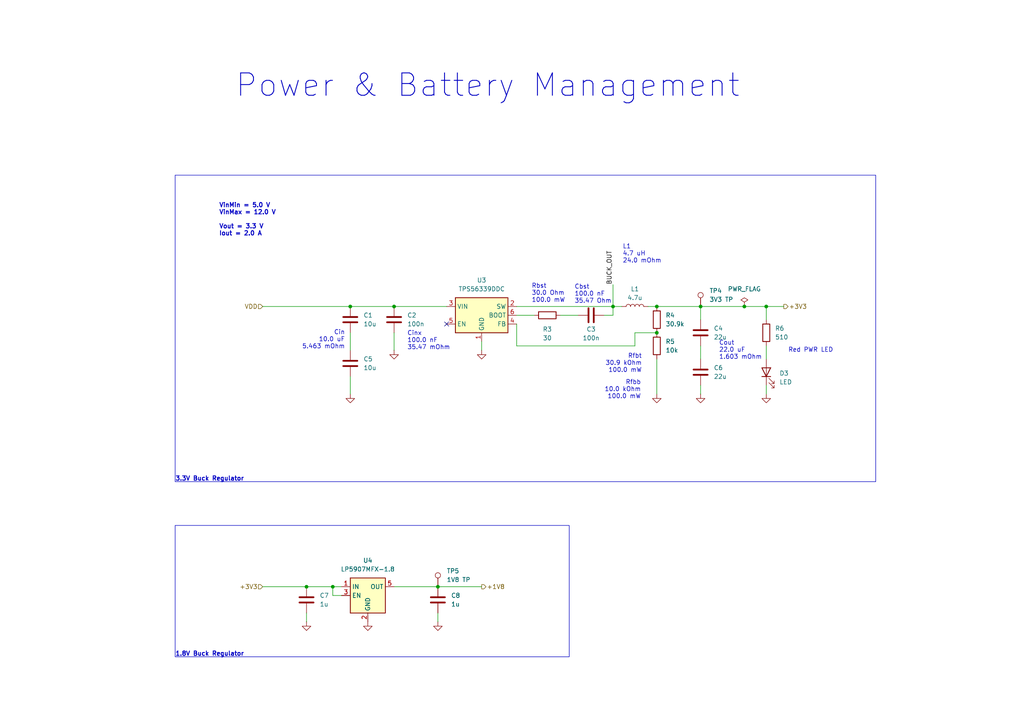
<source format=kicad_sch>
(kicad_sch (version 20250114) (generator "eeschema") (generator_version "9.0")
  (paper "A4")
  (title_block (title "${BOARD_NAME}") (date "${RELEASE_DATE}") (rev "${REVISION}") (company "${COMPANY}") (comment 1 "${VARIANT}"))
  (lib_symbols
    (symbol "Connector:TestPoint" (pin_numbers (hide yes)) (pin_names (offset 0.762) (hide yes))
      (property "Reference" "TP" (at 0 6.858 0))
      (property "Value" "TestPoint" (at 0 5.08 0))
      (symbol "TestPoint_0_1"
        (circle (center 0 3.302) (radius 0.762))
      )
      (symbol "TestPoint_1_1"
        (pin passive line (at 0 0 90) (length 2.54) (name "1") (number "1"))
      )
    )
    (symbol "Device:C" (pin_numbers (hide yes)) (pin_names (offset 0.254))
      (property "Reference" "C" (at 0.635 2.54 0))
      (property "Value" "C" (at 0.635 -2.54 0))
      (symbol "C_0_1"
        (polyline (pts (xy -2.032 0.762) (xy 2.032 0.762)) (stroke (width 0.508)))
        (polyline (pts (xy -2.032 -0.762) (xy 2.032 -0.762)) (stroke (width 0.508)))
      )
      (symbol "C_1_1"
        (pin passive line (at 0 3.81 270) (length 2.794) (name "~") (number "1"))
        (pin passive line (at 0 -3.81 90) (length 2.794) (name "~") (number "2"))
      )
    )
    (symbol "Device:L" (pin_numbers (hide yes)) (pin_names (offset 1.016) (hide yes))
      (property "Reference" "L" (at -1.27 0 90))
      (property "Value" "L" (at 1.905 0 90))
      (symbol "L_0_1"
        (arc (start 0 2.54) (mid 0.6323 1.905) (end 0 1.27))
        (arc (start 0 1.27) (mid 0.6323 0.635) (end 0 0))
        (arc (start 0 0) (mid 0.6323 -0.635) (end 0 -1.27))
        (arc (start 0 -1.27) (mid 0.6323 -1.905) (end 0 -2.54))
      )
      (symbol "L_1_1"
        (pin passive line (at 0 3.81 270) (length 1.27) (name "1") (number "1"))
        (pin passive line (at 0 -3.81 90) (length 1.27) (name "2") (number "2"))
      )
    )
    (symbol "Device:LED" (pin_numbers (hide yes)) (pin_names (offset 1.016) (hide yes))
      (property "Reference" "D" (at 0 2.54 0))
      (property "Value" "LED" (at 0 -2.54 0))
      (symbol "LED_0_1"
        (polyline (pts (xy -3.048 -0.762) (xy -4.572 -2.286) (xy -3.81 -2.286) (xy -4.572 -2.286) (xy -4.572 -1.524)))
        (polyline (pts (xy -1.778 -0.762) (xy -3.302 -2.286) (xy -2.54 -2.286) (xy -3.302 -2.286) (xy -3.302 -1.524)))
        (polyline (pts (xy -1.27 0) (xy 1.27 0)))
        (polyline (pts (xy -1.27 -1.27) (xy -1.27 1.27)) (stroke (width 0.254)))
        (polyline (pts (xy 1.27 -1.27) (xy 1.27 1.27) (xy -1.27 0) (xy 1.27 -1.27)) (stroke (width 0.254)))
      )
      (symbol "LED_1_1"
        (pin passive line (at -3.81 0 0) (length 2.54) (name "K") (number "1"))
        (pin passive line (at 3.81 0 180) (length 2.54) (name "A") (number "2"))
      )
    )
    (symbol "Device:R" (pin_numbers (hide yes)) (pin_names (offset 0))
      (property "Reference" "R" (at 2.032 0 90))
      (property "Value" "R" (at 0 0 90))
      (symbol "R_0_1"
        (rectangle (start -1.016 -2.54) (end 1.016 2.54) (stroke (width 0.254)))
      )
      (symbol "R_1_1"
        (pin passive line (at 0 3.81 270) (length 1.27) (name "~") (number "1"))
        (pin passive line (at 0 -3.81 90) (length 1.27) (name "~") (number "2"))
      )
    )
    (symbol "Regulator_Linear:LP5907MFX-1.8"
      (property "Reference" "U" (at -3.81 6.35 0))
      (property "Value" "LP5907MFX-1.8" (at 6.35 6.35 0))
      (symbol "LP5907MFX-1.8_0_1"
        (rectangle (start -5.08 -5.08) (end 5.08 5.08) (stroke (width 0.254)) (fill (type background)))
        (pin power_in line (at -7.62 2.54 0) (length 2.54) (name "IN") (number "1"))
        (pin input line (at -7.62 0 0) (length 2.54) (name "EN") (number "3"))
        (pin power_in line (at 0 -7.62 90) (length 2.54) (name "GND") (number "2"))
        (pin no_connect line (at 5.08 0 180) (length 2.54) (hide yes) (name "NC") (number "4"))
        (pin power_out line (at 7.62 2.54 180) (length 2.54) (name "OUT") (number "5"))
      )
    )
    (symbol "Regulator_Switching:TPS56339DDC"
      (property "Reference" "U" (at -7.62 6.35 0))
      (property "Value" "TPS56339DDC" (at -2.54 6.35 0))
      (symbol "TPS56339DDC_0_1"
        (rectangle (start -7.62 5.08) (end 7.62 -5.08) (stroke (width 0.254)) (fill (type background)))
      )
      (symbol "TPS56339DDC_1_1"
        (pin power_in line (at -10.16 2.54 0) (length 2.54) (name "VIN") (number "3"))
        (pin input line (at -10.16 -2.54 0) (length 2.54) (name "EN") (number "5"))
        (pin power_in line (at 0 -7.62 90) (length 2.54) (name "GND") (number "1"))
        (pin power_out line (at 10.16 2.54 180) (length 2.54) (name "SW") (number "2"))
        (pin passive line (at 10.16 0 180) (length 2.54) (name "BOOT") (number "6"))
        (pin input line (at 10.16 -2.54 180) (length 2.54) (name "FB") (number "4"))
      )
    )
    (symbol "power:GND" (power) (pin_numbers (hide yes)) (pin_names (offset 0) (hide yes))
      (property "Value" "GND" (at 0 -3.81 0))
      (symbol "GND_0_1"
        (polyline (pts (xy 0 0) (xy 0 -1.27) (xy 1.27 -1.27) (xy 0 -2.54) (xy -1.27 -1.27) (xy 0 -1.27)))
      )
      (symbol "GND_1_1"
        (pin power_in line (at 0 0 270) (length 0) (name "~") (number "1"))
      )
    )
    (symbol "power:PWR_FLAG" (power) (pin_numbers (hide yes)) (pin_names (offset 0) (hide yes))
      (property "Value" "PWR_FLAG" (at 0 3.81 0))
      (symbol "PWR_FLAG_0_0"
        (pin power_out line (at 0 0 90) (length 0) (name "~") (number "1"))
      )
      (symbol "PWR_FLAG_0_1"
        (polyline (pts (xy 0 0) (xy 0 1.27) (xy -1.016 1.905) (xy 0 2.54) (xy 1.016 1.905) (xy 0 1.27)))
      )
    )
  )
  (rectangle (start 50.8 50.8) (end 254 139.7))
  (rectangle (start 50.8 152.4) (end 165.1 190.5))
  (text "Cinx\n100.0 nF\n35.47 mOhm" (at 118.11 98.806 0) (effects (font (size 1.27 1.27)) (justify left)))
  (text "Red PWR LED" (at 228.6 101.6 0) (effects (font (size 1.27 1.27)) (justify left)))
  (text "3.3V Buck Regulator" (at 50.8 139.7 0) (effects (font (size 1.27 1.27) (thickness 0.254) (bold yes)) (justify left bottom)))
  (text "VinMin = 5.0 V\nVinMax = 12.0 V\n\nVout = 3.3 V\nIout = 2.0 A\n" (at 63.5 63.754 0) (effects (font (size 1.27 1.27) (thickness 0.254) (bold yes)) (justify left)))
  (text "Cbst\n100.0 nF\n35.47 Ohm" (at 166.624 85.344 0) (effects (font (size 1.27 1.27)) (justify left)))
  (text "L1\n4.7 uH\n24.0 mOhm" (at 180.594 73.66 0) (effects (font (size 1.27 1.27)) (justify left)))
  (text "Cin\n10.0 uF\n5.463 mOhm" (at 100.076 98.552 0) (effects (font (size 1.27 1.27)) (justify right)))
  (text "Rfbt\n30.9 kOhm\n100.0 mW" (at 186.182 105.41 0) (effects (font (size 1.27 1.27)) (justify right)))
  (text "Rbst\n30.0 Ohm\n100.0 mW" (at 154.178 85.09 0) (effects (font (size 1.27 1.27)) (justify left)))
  (text "1.8V Buck Regulator" (at 50.8 190.5 0) (effects (font (size 1.27 1.27) (thickness 0.254) (bold yes)) (justify left bottom)))
  (text "Rfbb\n10.0 kOhm\n100.0 mW" (at 185.928 113.03 0) (effects (font (size 1.27 1.27)) (justify right)))
  (text "Cout\n22.0 uF\n1.603 mOhm" (at 208.534 101.6 0) (effects (font (size 1.27 1.27)) (justify left)))
  (text "Power & Battery Management" (at 141.478 24.892 0) (effects (font (size 6.5024 6.5024) (thickness 0.254) (bold yes))))
  (junction (at 222.25 88.9))
  (junction (at 88.9 170.18))
  (junction (at 190.5 96.52))
  (junction (at 101.6 88.9))
  (junction (at 114.3 88.9))
  (junction (at 96.52 170.18))
  (junction (at 127 170.18))
  (junction (at 203.2 88.9))
  (junction (at 190.5 88.9))
  (junction (at 177.8 88.9))
  (junction (at 215.9 88.9))
  (no_connect (at 129.54 93.98))
  (wire (pts (xy 149.86 91.44) (xy 154.94 91.44)))
  (wire (pts (xy 190.5 114.3) (xy 190.5 104.14)))
  (wire (pts (xy 180.34 88.9) (xy 177.8 88.9)))
  (wire (pts (xy 96.52 170.18) (xy 99.06 170.18)))
  (wire (pts (xy 222.25 104.14) (xy 222.25 100.33)))
  (wire (pts (xy 222.25 92.71) (xy 222.25 88.9)))
  (wire (pts (xy 101.6 101.6) (xy 101.6 96.52)))
  (wire (pts (xy 114.3 101.6) (xy 114.3 96.52)))
  (wire (pts (xy 101.6 114.3) (xy 101.6 109.22)))
  (wire (pts (xy 96.52 172.72) (xy 96.52 170.18)))
  (wire (pts (xy 149.86 100.33) (xy 184.15 100.33)))
  (wire (pts (xy 149.86 88.9) (xy 177.8 88.9)))
  (wire (pts (xy 203.2 114.3) (xy 203.2 111.76)))
  (wire (pts (xy 139.7 101.6) (xy 139.7 99.06)))
  (wire (pts (xy 222.25 88.9) (xy 227.33 88.9)))
  (wire (pts (xy 76.2 170.18) (xy 88.9 170.18)))
  (wire (pts (xy 127 170.18) (xy 139.7 170.18)))
  (wire (pts (xy 114.3 88.9) (xy 129.54 88.9)))
  (wire (pts (xy 114.3 170.18) (xy 127 170.18)))
  (wire (pts (xy 101.6 88.9) (xy 114.3 88.9)))
  (wire (pts (xy 88.9 180.34) (xy 88.9 177.8)))
  (wire (pts (xy 177.8 88.9) (xy 177.8 91.44)))
  (wire (pts (xy 127 180.34) (xy 127 177.8)))
  (wire (pts (xy 215.9 88.9) (xy 222.25 88.9)))
  (wire (pts (xy 177.8 82.55) (xy 177.8 88.9)))
  (wire (pts (xy 88.9 170.18) (xy 96.52 170.18)))
  (wire (pts (xy 190.5 88.9) (xy 203.2 88.9)))
  (wire (pts (xy 184.15 100.33) (xy 184.15 96.52)))
  (wire (pts (xy 203.2 88.9) (xy 203.2 92.71)))
  (wire (pts (xy 203.2 88.9) (xy 215.9 88.9)))
  (wire (pts (xy 149.86 100.33) (xy 149.86 93.98)))
  (wire (pts (xy 203.2 104.14) (xy 203.2 100.33)))
  (wire (pts (xy 184.15 96.52) (xy 190.5 96.52)))
  (wire (pts (xy 162.56 91.44) (xy 167.64 91.44)))
  (wire (pts (xy 222.25 114.3) (xy 222.25 111.76)))
  (wire (pts (xy 177.8 91.44) (xy 175.26 91.44)))
  (wire (pts (xy 76.2 88.9) (xy 101.6 88.9)))
  (wire (pts (xy 187.96 88.9) (xy 190.5 88.9)))
  (wire (pts (xy 99.06 172.72) (xy 96.52 172.72)))
  (label "BUCK_OUT" (at 177.8 82.55 90))
  (hierarchical_label "+3V3" (shape input) (at 76.2 170.18 180))
  (hierarchical_label "+1V8" (shape output) (at 139.7 170.18 0))
  (hierarchical_label "VDD" (shape input) (at 76.2 88.9 180))
  (hierarchical_label "+3V3" (shape output) (at 227.33 88.9 0))
  (symbol (lib_id "Regulator_Linear:LP5907MFX-1.8") (at 106.68 172.72 0) (unit 1)
    (property "Reference" "U4" (at 106.68 162.56 0))
    (property "Value" "LP5907MFX-1.8" (at 106.68 165.1 0))
    (property "Footprint" "Package_SON:Texas_X2SON-4_1x1mm_P0.65mm" (effects (hide yes)))
    (property "Datasheet" "http://www.ti.com/lit/ds/symlink/lp5907.pdf" (effects (hide yes)))
    (property "Description" "250-mA Ultra-Low-Noise Low-IQ LDO, 1.8V, SOT-23" (effects (hide yes)))
    (property "Manafacturer" "Texas Instruments" (effects (hide yes)))
    (property "Part Number" "LP5907MFX-1.8/NOPB" (effects (hide yes)))
  )
  (symbol (lib_id "Device:C") (at 171.45 91.44 90) (unit 1)
    (property "Reference" "C3" (at 171.45 95.504 90))
    (property "Value" "100n" (at 171.45 98.044 90))
    (property "Footprint" "Capacitor_SMD:C_0805_2012Metric" (effects (hide yes)))
    (property "Description" "Unpolarized capacitor" (effects (hide yes)))
    (property "Part Number" "C0805C104M5RACTU" (effects (hide yes)))
    (property "Manafacturer" "Kemet" (effects (hide yes)))
  )
  (symbol (lib_id "Regulator_Switching:TPS56339DDC") (at 139.7 91.44 0) (unit 1)
    (property "Reference" "U3" (at 139.7 81.28 0))
    (property "Value" "TPS56339DDC" (at 139.7 83.82 0))
    (property "Footprint" "Package_TO_SOT_SMD:SOT-23-6" (effects (hide yes)))
    (property "Datasheet" "https://www.ti.com/lit/ds/symlink/tps56339.pdf" (effects (hide yes)))
    (property "Description" "4.5V to 24V Input, 3-A Output Synchronous Buck Converter, SOT-23-6" (effects (hide yes)))
    (property "Part Number" " TPS56339DDCR" (effects (hide yes)))
    (property "Manafacturer" "Texas Instruments" (effects (hide yes)))
  )
  (symbol (lib_id "Device:R") (at 190.5 92.71 180) (unit 1)
    (property "Reference" "R4" (at 193.04 91.4399 0) (effects (justify right)))
    (property "Value" "30.9k" (at 193.04 93.9799 0) (effects (justify right)))
    (property "Footprint" "Resistor_SMD:R_0603_1608Metric" (effects (hide yes)))
    (property "Description" "Resistor" (effects (hide yes)))
    (property "Part Number" "CRCW060330K9FKEA" (effects (hide yes)))
    (property "Manafacturer" "Vishay-Dale" (effects (hide yes)))
  )
  (symbol (lib_id "power:GND") (at 101.6 114.3 0) (unit 1)
    (property "Reference" "#PWR019" (effects (hide yes)))
    (property "Value" "GND" (effects (hide yes)))
    (property "Description" "Power symbol creates a global label with name \"GND\" , ground" (effects (hide yes)))
  )
  (symbol (lib_id "Connector:TestPoint") (at 203.2 88.9 0) (unit 1)
    (property "Reference" "TP4" (at 205.74 84.3279 0) (effects (justify left)))
    (property "Value" "3V3 TP" (at 205.74 86.8679 0) (effects (justify left)))
    (property "Footprint" "TestPoint:TestPoint_Pad_1.0x1.0mm" (effects (hide yes)))
    (property "Description" "test point" (effects (hide yes)))
  )
  (symbol (lib_id "Device:L") (at 184.15 88.9 90) (unit 1)
    (property "Reference" "L1" (at 184.15 83.82 90))
    (property "Value" "4.7u" (at 184.15 86.36 90))
    (property "Footprint" "Inductor_SMD:L_Bourns-SRN8040_8x8.15mm" (effects (hide yes)))
    (property "Description" "Inductor" (effects (hide yes)))
    (property "Part Number" "SRN8040-4R7Y" (effects (hide yes)))
    (property "Manafacturer" "Bourns" (effects (hide yes)))
  )
  (symbol (lib_id "power:GND") (at 203.2 114.3 0) (unit 1)
    (property "Reference" "#PWR022" (effects (hide yes)))
    (property "Value" "GND" (effects (hide yes)))
    (property "Description" "Power symbol creates a global label with name \"GND\" , ground" (effects (hide yes)))
  )
  (symbol (lib_id "Device:C") (at 203.2 107.95 0) (unit 1)
    (property "Reference" "C6" (at 207.01 106.6799 0) (effects (justify left)))
    (property "Value" "22u" (at 207.01 109.2199 0) (effects (justify left)))
    (property "Footprint" "Capacitor_SMD:C_0805_2012Metric" (effects (hide yes)))
    (property "Description" "Unpolarized capacitor" (effects (hide yes)))
    (property "Part Number" "C2012X5R1A226M125AB" (effects (hide yes)))
    (property "Manafacturer" "TDK" (effects (hide yes)))
  )
  (symbol (lib_id "power:GND") (at 127 180.34 0) (unit 1)
    (property "Reference" "#PWR025" (effects (hide yes)))
    (property "Value" "GND" (effects (hide yes)))
    (property "Description" "Power symbol creates a global label with name \"GND\" , ground" (effects (hide yes)))
  )
  (symbol (lib_id "power:GND") (at 190.5 114.3 0) (unit 1)
    (property "Reference" "#PWR021" (effects (hide yes)))
    (property "Value" "GND" (effects (hide yes)))
    (property "Description" "Power symbol creates a global label with name \"GND\" , ground" (effects (hide yes)))
  )
  (symbol (lib_id "power:GND") (at 88.9 180.34 0) (unit 1)
    (property "Reference" "#PWR023" (effects (hide yes)))
    (property "Value" "GND" (effects (hide yes)))
    (property "Description" "Power symbol creates a global label with name \"GND\" , ground" (effects (hide yes)))
  )
  (symbol (lib_id "Device:LED") (at 222.25 107.95 90) (unit 1)
    (property "Reference" "D3" (at 226.06 108.2674 90) (effects (justify right)))
    (property "Value" "LED" (at 226.06 110.8074 90) (effects (justify right)))
    (property "Description" "Light emitting diode" (effects (hide yes)))
    (property "Sim.Pins" "1=K 2=A" (effects (hide yes)))
  )
  (symbol (lib_id "Device:R") (at 190.5 100.33 180) (unit 1)
    (property "Reference" "R5" (at 193.04 99.0599 0) (effects (justify right)))
    (property "Value" "10k" (at 193.04 101.5999 0) (effects (justify right)))
    (property "Footprint" "Resistor_SMD:R_0603_1608Metric" (effects (hide yes)))
    (property "Description" "Resistor" (effects (hide yes)))
    (property "Part Number" "RC0603FR-0710KL" (effects (hide yes)))
    (property "Manafacturer" "Yageo" (effects (hide yes)))
  )
  (symbol (lib_id "Device:C") (at 88.9 173.99 0) (unit 1)
    (property "Reference" "C7" (at 92.71 172.7199 0) (effects (justify left)))
    (property "Value" "1u" (at 92.71 175.2599 0) (effects (justify left)))
    (property "Description" "Unpolarized capacitor" (effects (hide yes)))
  )
  (symbol (lib_id "Device:C") (at 203.2 96.52 0) (unit 1)
    (property "Reference" "C4" (at 207.01 95.2499 0) (effects (justify left)))
    (property "Value" "22u" (at 207.01 97.7899 0) (effects (justify left)))
    (property "Footprint" "Capacitor_SMD:C_0805_2012Metric" (effects (hide yes)))
    (property "Description" "Unpolarized capacitor" (effects (hide yes)))
    (property "Part Number" "C2012X5R1A226M125AB" (effects (hide yes)))
    (property "Manafacturer" "TDK" (effects (hide yes)))
  )
  (symbol (lib_id "power:GND") (at 222.25 114.3 0) (unit 1)
    (property "Reference" "#PWR027" (effects (hide yes)))
    (property "Value" "GND" (effects (hide yes)))
    (property "Description" "Power symbol creates a global label with name \"GND\" , ground" (effects (hide yes)))
  )
  (symbol (lib_id "power:GND") (at 114.3 101.6 0) (unit 1)
    (property "Reference" "#PWR020" (effects (hide yes)))
    (property "Value" "GND" (effects (hide yes)))
    (property "Description" "Power symbol creates a global label with name \"GND\" , ground" (effects (hide yes)))
  )
  (symbol (lib_id "Device:C") (at 101.6 92.71 0) (unit 1)
    (property "Reference" "C1" (at 105.41 91.4399 0) (effects (justify left)))
    (property "Value" "10u" (at 105.41 93.9799 0) (effects (justify left)))
    (property "Footprint" "Capacitor_SMD:C_0805_2012Metric" (effects (hide yes)))
    (property "Description" "Unpolarized capacitor" (effects (hide yes)))
    (property "Part Number" "MSAST21GBB5106MTNA01" (effects (hide yes)))
    (property "Manafacturer" "Taiyo Yuden" (effects (hide yes)))
  )
  (symbol (lib_id "power:GND") (at 106.68 180.34 0) (unit 1)
    (property "Reference" "#PWR024" (effects (hide yes)))
    (property "Value" "GND" (effects (hide yes)))
    (property "Description" "Power symbol creates a global label with name \"GND\" , ground" (effects (hide yes)))
  )
  (symbol (lib_id "power:PWR_FLAG") (at 215.9 88.9 0) (unit 1)
    (property "Reference" "#FLG05" (effects (hide yes)))
    (property "Value" "PWR_FLAG" (at 215.9 83.82 0))
    (property "Description" "Special symbol for telling ERC where power comes from" (effects (hide yes)))
  )
  (symbol (lib_id "Device:C") (at 101.6 105.41 0) (unit 1)
    (property "Reference" "C5" (at 105.41 104.1399 0) (effects (justify left)))
    (property "Value" "10u" (at 105.41 106.6799 0) (effects (justify left)))
    (property "Footprint" "Capacitor_SMD:C_0805_2012Metric" (effects (hide yes)))
    (property "Description" "Unpolarized capacitor" (effects (hide yes)))
    (property "Part Number" "MSAST21GBB5106MTNA01" (effects (hide yes)))
    (property "Manafacturer" "Taiyo Yuden" (effects (hide yes)))
  )
  (symbol (lib_id "Device:R") (at 158.75 91.44 90) (unit 1)
    (property "Reference" "R3" (at 158.75 95.504 90))
    (property "Value" "30" (at 158.75 98.044 90))
    (property "Footprint" "Resistor_SMD:R_0603_1608Metric" (effects (hide yes)))
    (property "Description" "Resistor" (effects (hide yes)))
    (property "Part Number" "RC0603FR-0730RL" (effects (hide yes)))
    (property "Manafacturer" "Yageo" (effects (hide yes)))
  )
  (symbol (lib_id "Connector:TestPoint") (at 127 170.18 0) (unit 1)
    (property "Reference" "TP5" (at 129.54 165.6079 0) (effects (justify left)))
    (property "Value" "1V8 TP" (at 129.54 168.1479 0) (effects (justify left)))
    (property "Footprint" "TestPoint:TestPoint_Pad_1.0x1.0mm" (effects (hide yes)))
    (property "Description" "test point" (effects (hide yes)))
  )
  (symbol (lib_id "Device:C") (at 127 173.99 0) (unit 1)
    (property "Reference" "C8" (at 130.81 172.7199 0) (effects (justify left)))
    (property "Value" "1u" (at 130.81 175.2599 0) (effects (justify left)))
    (property "Description" "Unpolarized capacitor" (effects (hide yes)))
  )
  (symbol (lib_id "power:GND") (at 139.7 101.6 0) (unit 1)
    (property "Reference" "#PWR018" (effects (hide yes)))
    (property "Value" "GND" (effects (hide yes)))
    (property "Description" "Power symbol creates a global label with name \"GND\" , ground" (effects (hide yes)))
  )
  (symbol (lib_id "Device:C") (at 114.3 92.71 0) (unit 1)
    (property "Reference" "C2" (at 118.11 91.4399 0) (effects (justify left)))
    (property "Value" "100n" (at 118.11 93.9799 0) (effects (justify left)))
    (property "Footprint" "Capacitor_SMD:C_0805_2012Metric" (effects (hide yes)))
    (property "Description" "Unpolarized capacitor" (effects (hide yes)))
    (property "Part Number" "C0805C104M5RACTU" (effects (hide yes)))
    (property "Manafacturer" "Kemet" (effects (hide yes)))
  )
  (symbol (lib_id "Device:R") (at 222.25 96.52 180) (unit 1)
    (property "Reference" "R6" (at 224.79 95.2499 0) (effects (justify right)))
    (property "Value" "510" (at 224.79 97.7899 0) (effects (justify right)))
    (property "Description" "Resistor" (effects (hide yes)))
  )
)
</source>
